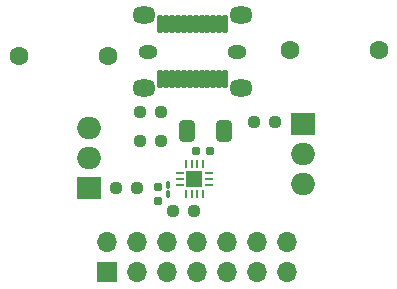
<source format=gbr>
%TF.GenerationSoftware,KiCad,Pcbnew,9.0.0-250-g02b756189b*%
%TF.CreationDate,2025-03-17T22:21:07-05:00*%
%TF.ProjectId,USB-Breakout,5553422d-4272-4656-916b-6f75742e6b69,rev?*%
%TF.SameCoordinates,Original*%
%TF.FileFunction,Soldermask,Top*%
%TF.FilePolarity,Negative*%
%FSLAX46Y46*%
G04 Gerber Fmt 4.6, Leading zero omitted, Abs format (unit mm)*
G04 Created by KiCad (PCBNEW 9.0.0-250-g02b756189b) date 2025-03-17 22:21:07*
%MOMM*%
%LPD*%
G01*
G04 APERTURE LIST*
G04 Aperture macros list*
%AMRoundRect*
0 Rectangle with rounded corners*
0 $1 Rounding radius*
0 $2 $3 $4 $5 $6 $7 $8 $9 X,Y pos of 4 corners*
0 Add a 4 corners polygon primitive as box body*
4,1,4,$2,$3,$4,$5,$6,$7,$8,$9,$2,$3,0*
0 Add four circle primitives for the rounded corners*
1,1,$1+$1,$2,$3*
1,1,$1+$1,$4,$5*
1,1,$1+$1,$6,$7*
1,1,$1+$1,$8,$9*
0 Add four rect primitives between the rounded corners*
20,1,$1+$1,$2,$3,$4,$5,0*
20,1,$1+$1,$4,$5,$6,$7,0*
20,1,$1+$1,$6,$7,$8,$9,0*
20,1,$1+$1,$8,$9,$2,$3,0*%
G04 Aperture macros list end*
%ADD10C,1.600000*%
%ADD11RoundRect,0.237500X0.250000X0.237500X-0.250000X0.237500X-0.250000X-0.237500X0.250000X-0.237500X0*%
%ADD12RoundRect,0.155000X-0.212500X-0.155000X0.212500X-0.155000X0.212500X0.155000X-0.212500X0.155000X0*%
%ADD13RoundRect,0.102000X-0.125000X-0.700000X0.125000X-0.700000X0.125000X0.700000X-0.125000X0.700000X0*%
%ADD14O,1.954000X1.454000*%
%ADD15O,1.604000X1.204000*%
%ADD16RoundRect,0.250000X-0.412500X-0.650000X0.412500X-0.650000X0.412500X0.650000X-0.412500X0.650000X0*%
%ADD17R,1.700000X1.700000*%
%ADD18O,1.700000X1.700000*%
%ADD19RoundRect,0.100000X-0.100000X0.217500X-0.100000X-0.217500X0.100000X-0.217500X0.100000X0.217500X0*%
%ADD20RoundRect,0.237500X-0.250000X-0.237500X0.250000X-0.237500X0.250000X0.237500X-0.250000X0.237500X0*%
%ADD21R,2.000000X1.905000*%
%ADD22O,2.000000X1.905000*%
%ADD23RoundRect,0.155000X-0.155000X0.212500X-0.155000X-0.212500X0.155000X-0.212500X0.155000X0.212500X0*%
%ADD24RoundRect,0.062500X-0.275000X-0.062500X0.275000X-0.062500X0.275000X0.062500X-0.275000X0.062500X0*%
%ADD25RoundRect,0.062500X-0.062500X-0.275000X0.062500X-0.275000X0.062500X0.275000X-0.062500X0.275000X0*%
%ADD26R,1.450000X1.450000*%
G04 APERTURE END LIST*
D10*
%TO.C,C5*%
X161049000Y-63246000D03*
X168549000Y-63246000D03*
%TD*%
%TO.C,C2*%
X145600000Y-63754000D03*
X138100000Y-63754000D03*
%TD*%
D11*
%TO.C,R5*%
X150137500Y-68453000D03*
X148312500Y-68453000D03*
%TD*%
%TO.C,R2*%
X159789500Y-69342000D03*
X157964500Y-69342000D03*
%TD*%
D12*
%TO.C,C3*%
X153102500Y-71828000D03*
X154237500Y-71828000D03*
%TD*%
D11*
%TO.C,R4*%
X150137500Y-70963000D03*
X148312500Y-70963000D03*
%TD*%
D13*
%TO.C,J2*%
X150066000Y-61073000D03*
X150566000Y-61073000D03*
X151066000Y-61073000D03*
X151566000Y-61073000D03*
X152066000Y-61073000D03*
X152566000Y-61073000D03*
X153066000Y-61073000D03*
X153566000Y-61073000D03*
X154066000Y-61073000D03*
X154566000Y-61073000D03*
X155066000Y-61073000D03*
X155566000Y-61073000D03*
X155566000Y-65673000D03*
X155066000Y-65673000D03*
X154566000Y-65673000D03*
X154066000Y-65673000D03*
X153566000Y-65673000D03*
X153066000Y-65673000D03*
X152566000Y-65673000D03*
X152066000Y-65673000D03*
X151566000Y-65673000D03*
X151066000Y-65673000D03*
X150566000Y-65673000D03*
X150066000Y-65673000D03*
D14*
X148716000Y-60303000D03*
X156916000Y-60303000D03*
D15*
X149041000Y-63373000D03*
X156591000Y-63373000D03*
D14*
X148716000Y-66443000D03*
X156916000Y-66443000D03*
%TD*%
D16*
%TO.C,C1*%
X152361500Y-70104000D03*
X155486500Y-70104000D03*
%TD*%
D17*
%TO.C,J1*%
X145537000Y-82047000D03*
D18*
X145537000Y-79507000D03*
X148077000Y-82047000D03*
X148077000Y-79507000D03*
X150617000Y-82047000D03*
X150617000Y-79507000D03*
X153157000Y-82047000D03*
X153157000Y-79507000D03*
X155697000Y-82047000D03*
X155697000Y-79507000D03*
X158237000Y-82047000D03*
X158237000Y-79507000D03*
X160777000Y-82047000D03*
X160777000Y-79507000D03*
%TD*%
D19*
%TO.C,C4*%
X150749000Y-74649500D03*
X150749000Y-75464500D03*
%TD*%
D20*
%TO.C,R1*%
X146280500Y-74930000D03*
X148105500Y-74930000D03*
%TD*%
D21*
%TO.C,Q2*%
X162123000Y-69469000D03*
D22*
X162123000Y-72009000D03*
X162123000Y-74549000D03*
%TD*%
D11*
%TO.C,R3*%
X152931500Y-76835000D03*
X151106500Y-76835000D03*
%TD*%
D23*
%TO.C,C6*%
X149860000Y-74870500D03*
X149860000Y-76005500D03*
%TD*%
D21*
%TO.C,Q1*%
X144018000Y-74930000D03*
D22*
X144018000Y-72390000D03*
X144018000Y-69850000D03*
%TD*%
D24*
%TO.C,U1*%
X151699500Y-73668000D03*
X151699500Y-74168000D03*
X151699500Y-74668000D03*
D25*
X152212000Y-75430500D03*
X152712000Y-75430500D03*
X153212000Y-75430500D03*
X153712000Y-75430500D03*
D24*
X154224500Y-74668000D03*
X154224500Y-74168000D03*
X154224500Y-73668000D03*
D25*
X153712000Y-72905500D03*
X153212000Y-72905500D03*
X152712000Y-72905500D03*
X152212000Y-72905500D03*
D26*
X152962000Y-74168000D03*
%TD*%
M02*

</source>
